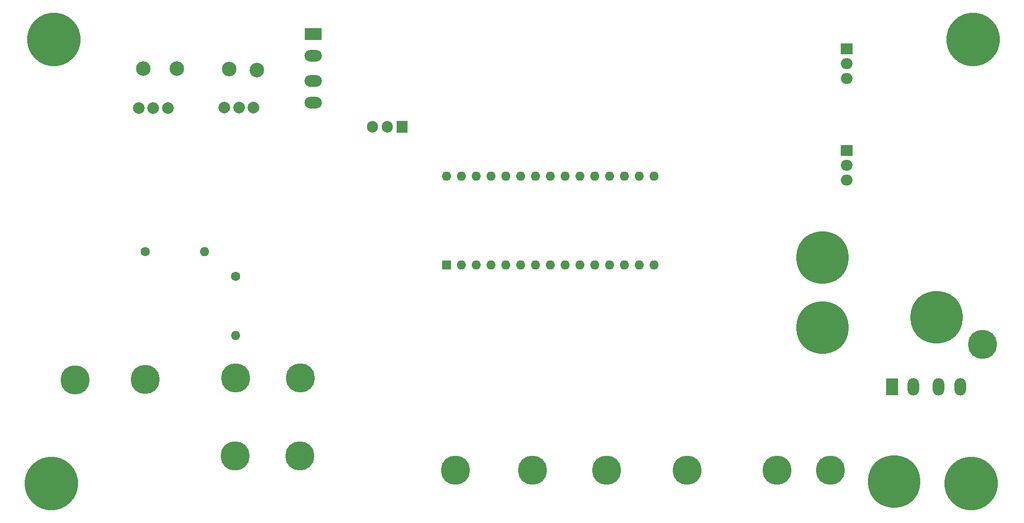
<source format=gbr>
%TF.GenerationSoftware,KiCad,Pcbnew,8.0.6*%
%TF.CreationDate,2025-04-01T16:25:00-06:00*%
%TF.ProjectId,SRX160,53525831-3630-42e6-9b69-6361645f7063,rev?*%
%TF.SameCoordinates,Original*%
%TF.FileFunction,Soldermask,Bot*%
%TF.FilePolarity,Negative*%
%FSLAX46Y46*%
G04 Gerber Fmt 4.6, Leading zero omitted, Abs format (unit mm)*
G04 Created by KiCad (PCBNEW 8.0.6) date 2025-04-01 16:25:00*
%MOMM*%
%LPD*%
G01*
G04 APERTURE LIST*
%ADD10R,2.000000X1.905000*%
%ADD11O,2.000000X1.905000*%
%ADD12C,5.000000*%
%ADD13C,9.200000*%
%ADD14C,2.000000*%
%ADD15C,1.600000*%
%ADD16O,1.600000X1.600000*%
%ADD17C,9.000000*%
%ADD18R,1.600000X1.600000*%
%ADD19C,2.500000*%
%ADD20R,1.905000X2.000000*%
%ADD21O,1.905000X2.000000*%
%ADD22R,3.000000X2.000000*%
%ADD23O,3.000000X2.000000*%
%ADD24R,2.000000X3.000000*%
%ADD25O,2.000000X3.000000*%
G04 APERTURE END LIST*
D10*
%TO.C,U2*%
X176555000Y-59960000D03*
D11*
X176555000Y-62500000D03*
X176555000Y-65040000D03*
%TD*%
D12*
%TO.C,J1*%
X199796400Y-93192600D03*
%TD*%
%TO.C,SensorGnd1*%
X44272200Y-99263200D03*
%TD*%
D13*
%TO.C,H2*%
X40690800Y-40843200D03*
%TD*%
D12*
%TO.C,FlowPin1*%
X71805800Y-98983800D03*
%TD*%
D14*
%TO.C,RV3*%
X55187200Y-52628000D03*
X57687200Y-52628000D03*
X60187200Y-52628000D03*
%TD*%
%TO.C,RV4*%
X74875100Y-52578000D03*
X72375100Y-52578000D03*
X69875100Y-52578000D03*
%TD*%
D12*
%TO.C,MotorB1*%
X173736000Y-114833400D03*
%TD*%
D15*
%TO.C,R2*%
X56337200Y-77266800D03*
D16*
X66497200Y-77266800D03*
%TD*%
D13*
%TO.C,H3*%
X40208200Y-117043200D03*
%TD*%
D12*
%TO.C,PressureGnd1*%
X82804000Y-112369600D03*
%TD*%
%TO.C,Sec4*%
X149174200Y-114833400D03*
%TD*%
%TO.C,Pressure1*%
X82880200Y-98958400D03*
%TD*%
D17*
%TO.C,J3*%
X172364400Y-78282800D03*
%TD*%
D13*
%TO.C,H1*%
X198196200Y-40894000D03*
%TD*%
D18*
%TO.C,A1*%
X107950000Y-79593600D03*
D16*
X110490000Y-79593600D03*
X113030000Y-79593600D03*
X115570000Y-79593600D03*
X118110000Y-79593600D03*
X120650000Y-79593600D03*
X123190000Y-79593600D03*
X125730000Y-79593600D03*
X128270000Y-79593600D03*
X130810000Y-79593600D03*
X133350000Y-79593600D03*
X135890000Y-79593600D03*
X138430000Y-79593600D03*
X140970000Y-79593600D03*
X143510000Y-79593600D03*
X143510000Y-64353600D03*
X140970000Y-64353600D03*
X138430000Y-64353600D03*
X135890000Y-64353600D03*
X133350000Y-64353600D03*
X130810000Y-64353600D03*
X128270000Y-64353600D03*
X125730000Y-64353600D03*
X123190000Y-64353600D03*
X120650000Y-64353600D03*
X118110000Y-64353600D03*
X115570000Y-64353600D03*
X113030000Y-64353600D03*
X110490000Y-64353600D03*
X107950000Y-64353600D03*
%TD*%
D19*
%TO.C,TP6*%
X75443100Y-46101000D03*
%TD*%
D17*
%TO.C,J5*%
X191973200Y-88569800D03*
%TD*%
D19*
%TO.C,TP8*%
X61704200Y-45847000D03*
%TD*%
%TO.C,TP7*%
X55989200Y-45847000D03*
%TD*%
D20*
%TO.C,U5*%
X100384000Y-55876000D03*
D21*
X97844000Y-55876000D03*
X95304000Y-55876000D03*
%TD*%
D12*
%TO.C,Sec3*%
X135407400Y-114833400D03*
%TD*%
%TO.C,Sec2*%
X122732800Y-114833400D03*
%TD*%
D13*
%TO.C,H4*%
X197840600Y-117119400D03*
%TD*%
D10*
%TO.C,U3*%
X176555000Y-42460000D03*
D11*
X176555000Y-45000000D03*
X176555000Y-47540000D03*
%TD*%
D12*
%TO.C,Sec1*%
X109448600Y-114833400D03*
%TD*%
D22*
%TO.C,F2*%
X85144000Y-39984000D03*
D23*
X85144000Y-43684000D03*
X85144000Y-47984000D03*
X85144000Y-51684000D03*
%TD*%
D19*
%TO.C,TP5*%
X70744100Y-45974000D03*
%TD*%
D17*
%TO.C,J6*%
X172364400Y-90322400D03*
%TD*%
D15*
%TO.C,R5*%
X71805800Y-81503800D03*
D16*
X71805800Y-91663800D03*
%TD*%
D12*
%TO.C,MotorA1*%
X164617400Y-114833400D03*
%TD*%
%TO.C,5VSensors1*%
X56329200Y-99204400D03*
%TD*%
D17*
%TO.C,J2*%
X184658000Y-116713000D03*
%TD*%
D24*
%TO.C,F1*%
X184300000Y-100500000D03*
D25*
X188000000Y-100500000D03*
X192300000Y-100500000D03*
X196000000Y-100500000D03*
%TD*%
D12*
%TO.C,FlowGnd1*%
X71704200Y-112369600D03*
%TD*%
M02*

</source>
